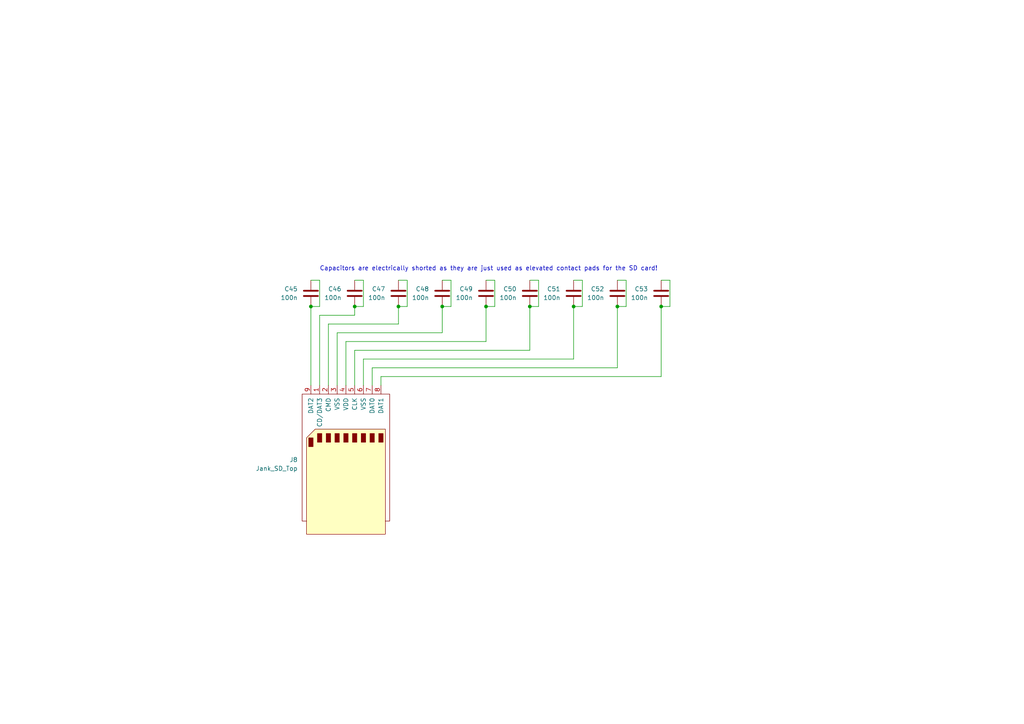
<source format=kicad_sch>
(kicad_sch (version 20231120) (generator "eeschema") (generator_version "8.0")
  (paper "A4")
  (lib_symbols
    (symbol "Device:C" (pin_numbers hide) (pin_names (offset 0.254))
      (property "Reference" "C" (at 0.635 2.54 0))
      (property "Value" "C" (at 0.635 -2.54 0))
      (symbol "C_0_1"
        (polyline (pts (xy -2.032 -0.762) (xy 2.032 -0.762)) (stroke (width 0.508)))
        (polyline (pts (xy -2.032 0.762) (xy 2.032 0.762)) (stroke (width 0.508)))
      )
      (symbol "C_1_1"
        (pin passive line (at 0 3.81 270) (length 2.794) (name "~") (number "1"))
        (pin passive line (at 0 -3.81 90) (length 2.794) (name "~") (number "2"))
      )
    )
    (symbol "RMC:Jank_SD" (pin_names (offset 1.016))
      (property "Reference" "J" (at -16.51 13.97 0))
      (property "Value" "Jank_SD" (at 15.24 -13.97 0))
      (symbol "Jank_SD_0_1"
        (rectangle (start -8.89 -9.525) (end -6.35 -10.795) (fill (type outline)))
        (rectangle (start -8.89 -6.985) (end -6.35 -8.255) (fill (type outline)))
        (rectangle (start -8.89 -4.445) (end -6.35 -5.715) (fill (type outline)))
        (rectangle (start -8.89 -1.905) (end -6.35 -3.175) (fill (type outline)))
        (rectangle (start -8.89 0.635) (end -6.35 -0.635) (fill (type outline)))
        (rectangle (start -8.89 3.175) (end -6.35 1.905) (fill (type outline)))
        (rectangle (start -8.89 5.715) (end -6.35 4.445) (fill (type outline)))
        (rectangle (start -8.89 8.255) (end -6.35 6.985) (fill (type outline)))
        (rectangle (start -7.62 10.795) (end -5.08 9.525) (fill (type outline)))
        (polyline (pts (xy -10.16 8.89) (xy -7.62 11.43) (xy 20.32 11.43) (xy 20.32 -11.43) (xy -10.16 -11.43) (xy -10.16 8.89)) (fill (type background)))
        (polyline (pts (xy 16.51 11.43) (xy 16.51 12.7) (xy -20.32 12.7) (xy -20.32 -12.7) (xy 16.51 -12.7) (xy 16.51 -11.43)))
      )
      (symbol "Jank_SD_1_1"
        (pin input line (at -22.86 7.62 0) (length 2.54) (name "CD/DAT3") (number "1"))
        (pin input line (at -22.86 5.08 0) (length 2.54) (name "CMD") (number "2"))
        (pin power_in line (at -22.86 2.54 0) (length 2.54) (name "VSS") (number "3"))
        (pin power_in line (at -22.86 0 0) (length 2.54) (name "VDD") (number "4"))
        (pin input line (at -22.86 -2.54 0) (length 2.54) (name "CLK") (number "5"))
        (pin power_in line (at -22.86 -5.08 0) (length 2.54) (name "VSS") (number "6"))
        (pin input line (at -22.86 -7.62 0) (length 2.54) (name "DAT0") (number "7"))
        (pin input line (at -22.86 -10.16 0) (length 2.54) (name "DAT1") (number "8"))
        (pin input line (at -22.86 10.16 0) (length 2.54) (name "DAT2") (number "9"))
      )
    )
  )
  (junction (at 102.87 88.9))
  (junction (at 128.27 88.9))
  (junction (at 115.57 88.9))
  (junction (at 153.67 88.9))
  (junction (at 191.77 88.9))
  (junction (at 140.97 88.9))
  (junction (at 90.17 88.9))
  (junction (at 166.37 88.9))
  (junction (at 179.07 88.9))
  (wire (pts (xy 115.57 93.98) (xy 95.25 93.98)))
  (wire (pts (xy 140.97 99.06) (xy 100.33 99.06)))
  (wire (pts (xy 118.11 88.9) (xy 115.57 88.9)))
  (wire (pts (xy 107.95 111.76) (xy 107.95 106.68)))
  (wire (pts (xy 105.41 88.9) (xy 102.87 88.9)))
  (wire (pts (xy 140.97 81.28) (xy 143.51 81.28)))
  (wire (pts (xy 191.77 88.9) (xy 191.77 109.22)))
  (wire (pts (xy 90.17 81.28) (xy 92.71 81.28)))
  (wire (pts (xy 102.87 91.44) (xy 92.71 91.44)))
  (wire (pts (xy 105.41 104.14) (xy 166.37 104.14)))
  (wire (pts (xy 143.51 81.28) (xy 143.51 88.9)))
  (wire (pts (xy 156.21 88.9) (xy 153.67 88.9)))
  (wire (pts (xy 105.41 81.28) (xy 105.41 88.9)))
  (wire (pts (xy 102.87 88.9) (xy 102.87 91.44)))
  (wire (pts (xy 92.71 88.9) (xy 90.17 88.9)))
  (wire (pts (xy 181.61 88.9) (xy 179.07 88.9)))
  (wire (pts (xy 115.57 81.28) (xy 118.11 81.28)))
  (wire (pts (xy 168.91 81.28) (xy 168.91 88.9)))
  (wire (pts (xy 128.27 81.28) (xy 130.81 81.28)))
  (wire (pts (xy 143.51 88.9) (xy 140.97 88.9)))
  (wire (pts (xy 128.27 88.9) (xy 128.27 96.52)))
  (wire (pts (xy 168.91 88.9) (xy 166.37 88.9)))
  (wire (pts (xy 128.27 96.52) (xy 97.79 96.52)))
  (wire (pts (xy 166.37 88.9) (xy 166.37 104.14)))
  (wire (pts (xy 92.71 91.44) (xy 92.71 111.76)))
  (wire (pts (xy 118.11 81.28) (xy 118.11 88.9)))
  (wire (pts (xy 181.61 81.28) (xy 181.61 88.9)))
  (wire (pts (xy 194.31 88.9) (xy 191.77 88.9)))
  (wire (pts (xy 100.33 99.06) (xy 100.33 111.76)))
  (wire (pts (xy 102.87 81.28) (xy 105.41 81.28)))
  (wire (pts (xy 156.21 81.28) (xy 156.21 88.9)))
  (wire (pts (xy 179.07 81.28) (xy 181.61 81.28)))
  (wire (pts (xy 194.31 81.28) (xy 194.31 88.9)))
  (wire (pts (xy 90.17 88.9) (xy 90.17 111.76)))
  (wire (pts (xy 140.97 88.9) (xy 140.97 99.06)))
  (wire (pts (xy 105.41 111.76) (xy 105.41 104.14)))
  (wire (pts (xy 153.67 101.6) (xy 102.87 101.6)))
  (wire (pts (xy 92.71 81.28) (xy 92.71 88.9)))
  (wire (pts (xy 107.95 106.68) (xy 179.07 106.68)))
  (wire (pts (xy 153.67 81.28) (xy 156.21 81.28)))
  (wire (pts (xy 97.79 96.52) (xy 97.79 111.76)))
  (wire (pts (xy 130.81 81.28) (xy 130.81 88.9)))
  (wire (pts (xy 102.87 101.6) (xy 102.87 111.76)))
  (wire (pts (xy 95.25 93.98) (xy 95.25 111.76)))
  (wire (pts (xy 130.81 88.9) (xy 128.27 88.9)))
  (wire (pts (xy 110.49 109.22) (xy 191.77 109.22)))
  (wire (pts (xy 153.67 88.9) (xy 153.67 101.6)))
  (wire (pts (xy 191.77 81.28) (xy 194.31 81.28)))
  (wire (pts (xy 110.49 111.76) (xy 110.49 109.22)))
  (wire (pts (xy 179.07 88.9) (xy 179.07 106.68)))
  (wire (pts (xy 166.37 81.28) (xy 168.91 81.28)))
  (wire (pts (xy 115.57 88.9) (xy 115.57 93.98)))
  (text "Capacitors are electrically shorted as they are just used as elevated contact pads for the SD card!" (at 141.732 77.978 0) (effects (font (size 1.27 1.27))))
  (symbol (lib_id "Device:C") (at 128.27 85.09 0) (mirror y) (unit 1)
    (property "Reference" "C48" (at 124.46 83.8199 0) (effects (justify left)))
    (property "Value" "100n" (at 124.46 86.3599 0) (effects (justify left)))
    (property "Footprint" "Capacitor_SMD:C_0603_1608Metric" (effects (hide yes)))
    (property "Description" "Unpolarized capacitor" (effects (hide yes)))
  )
  (symbol (lib_id "Device:C") (at 140.97 85.09 0) (mirror y) (unit 1)
    (property "Reference" "C49" (at 137.16 83.8199 0) (effects (justify left)))
    (property "Value" "100n" (at 137.16 86.3599 0) (effects (justify left)))
    (property "Footprint" "Capacitor_SMD:C_0603_1608Metric" (effects (hide yes)))
    (property "Description" "Unpolarized capacitor" (effects (hide yes)))
  )
  (symbol (lib_id "Device:C") (at 179.07 85.09 0) (mirror y) (unit 1)
    (property "Reference" "C52" (at 175.26 83.8199 0) (effects (justify left)))
    (property "Value" "100n" (at 175.26 86.3599 0) (effects (justify left)))
    (property "Footprint" "Capacitor_SMD:C_0603_1608Metric" (effects (hide yes)))
    (property "Description" "Unpolarized capacitor" (effects (hide yes)))
  )
  (symbol (lib_id "Device:C") (at 102.87 85.09 0) (mirror y) (unit 1)
    (property "Reference" "C46" (at 99.06 83.8199 0) (effects (justify left)))
    (property "Value" "100n" (at 99.06 86.3599 0) (effects (justify left)))
    (property "Footprint" "Capacitor_SMD:C_0603_1608Metric" (effects (hide yes)))
    (property "Description" "Unpolarized capacitor" (effects (hide yes)))
  )
  (symbol (lib_id "Device:C") (at 153.67 85.09 0) (mirror y) (unit 1)
    (property "Reference" "C50" (at 149.86 83.8199 0) (effects (justify left)))
    (property "Value" "100n" (at 149.86 86.3599 0) (effects (justify left)))
    (property "Footprint" "Capacitor_SMD:C_0603_1608Metric" (effects (hide yes)))
    (property "Description" "Unpolarized capacitor" (effects (hide yes)))
  )
  (symbol (lib_id "Device:C") (at 166.37 85.09 0) (mirror y) (unit 1)
    (property "Reference" "C51" (at 162.56 83.8199 0) (effects (justify left)))
    (property "Value" "100n" (at 162.56 86.3599 0) (effects (justify left)))
    (property "Footprint" "Capacitor_SMD:C_0603_1608Metric" (effects (hide yes)))
    (property "Description" "Unpolarized capacitor" (effects (hide yes)))
  )
  (symbol (lib_id "Device:C") (at 115.57 85.09 0) (mirror y) (unit 1)
    (property "Reference" "C47" (at 111.76 83.8199 0) (effects (justify left)))
    (property "Value" "100n" (at 111.76 86.3599 0) (effects (justify left)))
    (property "Footprint" "Capacitor_SMD:C_0603_1608Metric" (effects (hide yes)))
    (property "Description" "Unpolarized capacitor" (effects (hide yes)))
  )
  (symbol (lib_id "Device:C") (at 191.77 85.09 0) (mirror y) (unit 1)
    (property "Reference" "C53" (at 187.96 83.8199 0) (effects (justify left)))
    (property "Value" "100n" (at 187.96 86.3599 0) (effects (justify left)))
    (property "Footprint" "Capacitor_SMD:C_0603_1608Metric" (effects (hide yes)))
    (property "Description" "Unpolarized capacitor" (effects (hide yes)))
  )
  (symbol (lib_id "Device:C") (at 90.17 85.09 0) (mirror y) (unit 1)
    (property "Reference" "C45" (at 86.36 83.8199 0) (effects (justify left)))
    (property "Value" "100n" (at 86.36 86.3599 0) (effects (justify left)))
    (property "Footprint" "Capacitor_SMD:C_0603_1608Metric" (effects (hide yes)))
    (property "Description" "Unpolarized capacitor" (effects (hide yes)))
  )
  (symbol (lib_id "RMC:Jank_SD") (at 100.33 134.62 90) (mirror x) (unit 1)
    (property "Reference" "J8" (at 86.36 133.3499 90) (effects (justify left)))
    (property "Value" "Jank_SD_Top" (at 86.36 135.8899 90) (effects (justify left)))
    (property "Footprint" "RMC:JankSDT" (effects (hide yes)))
    (property "Datasheet" "http://portal.fciconnect.com/Comergent//fci/drawing/10067847.pdf" (effects (hide yes)))
    (property "Description" "SD Card Reader" (effects (hide yes)))
  )
)
</source>
